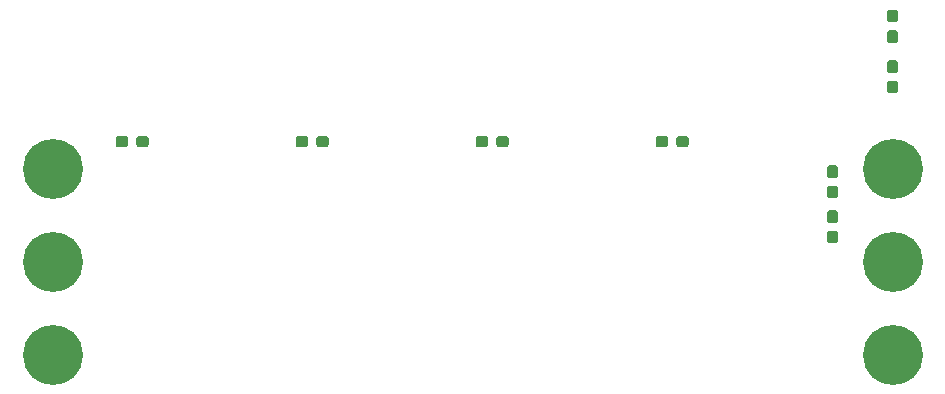
<source format=gbr>
G04 #@! TF.GenerationSoftware,KiCad,Pcbnew,(5.0.2)-1*
G04 #@! TF.CreationDate,2019-04-02T18:39:04-05:00*
G04 #@! TF.ProjectId,CameraPowerInjector_Hardware,43616d65-7261-4506-9f77-6572496e6a65,rev?*
G04 #@! TF.SameCoordinates,Original*
G04 #@! TF.FileFunction,Paste,Top*
G04 #@! TF.FilePolarity,Positive*
%FSLAX46Y46*%
G04 Gerber Fmt 4.6, Leading zero omitted, Abs format (unit mm)*
G04 Created by KiCad (PCBNEW (5.0.2)-1) date 4/2/2019 6:39:04 PM*
%MOMM*%
%LPD*%
G01*
G04 APERTURE LIST*
%ADD10C,0.100000*%
%ADD11C,0.950000*%
%ADD12C,5.080000*%
G04 APERTURE END LIST*
D10*
G04 #@! TO.C,C1*
G36*
X134880779Y-102346144D02*
X134903834Y-102349563D01*
X134926443Y-102355227D01*
X134948387Y-102363079D01*
X134969457Y-102373044D01*
X134989448Y-102385026D01*
X135008168Y-102398910D01*
X135025438Y-102414562D01*
X135041090Y-102431832D01*
X135054974Y-102450552D01*
X135066956Y-102470543D01*
X135076921Y-102491613D01*
X135084773Y-102513557D01*
X135090437Y-102536166D01*
X135093856Y-102559221D01*
X135095000Y-102582500D01*
X135095000Y-103157500D01*
X135093856Y-103180779D01*
X135090437Y-103203834D01*
X135084773Y-103226443D01*
X135076921Y-103248387D01*
X135066956Y-103269457D01*
X135054974Y-103289448D01*
X135041090Y-103308168D01*
X135025438Y-103325438D01*
X135008168Y-103341090D01*
X134989448Y-103354974D01*
X134969457Y-103366956D01*
X134948387Y-103376921D01*
X134926443Y-103384773D01*
X134903834Y-103390437D01*
X134880779Y-103393856D01*
X134857500Y-103395000D01*
X134382500Y-103395000D01*
X134359221Y-103393856D01*
X134336166Y-103390437D01*
X134313557Y-103384773D01*
X134291613Y-103376921D01*
X134270543Y-103366956D01*
X134250552Y-103354974D01*
X134231832Y-103341090D01*
X134214562Y-103325438D01*
X134198910Y-103308168D01*
X134185026Y-103289448D01*
X134173044Y-103269457D01*
X134163079Y-103248387D01*
X134155227Y-103226443D01*
X134149563Y-103203834D01*
X134146144Y-103180779D01*
X134145000Y-103157500D01*
X134145000Y-102582500D01*
X134146144Y-102559221D01*
X134149563Y-102536166D01*
X134155227Y-102513557D01*
X134163079Y-102491613D01*
X134173044Y-102470543D01*
X134185026Y-102450552D01*
X134198910Y-102431832D01*
X134214562Y-102414562D01*
X134231832Y-102398910D01*
X134250552Y-102385026D01*
X134270543Y-102373044D01*
X134291613Y-102363079D01*
X134313557Y-102355227D01*
X134336166Y-102349563D01*
X134359221Y-102346144D01*
X134382500Y-102345000D01*
X134857500Y-102345000D01*
X134880779Y-102346144D01*
X134880779Y-102346144D01*
G37*
D11*
X134620000Y-102870000D03*
D10*
G36*
X134880779Y-104096144D02*
X134903834Y-104099563D01*
X134926443Y-104105227D01*
X134948387Y-104113079D01*
X134969457Y-104123044D01*
X134989448Y-104135026D01*
X135008168Y-104148910D01*
X135025438Y-104164562D01*
X135041090Y-104181832D01*
X135054974Y-104200552D01*
X135066956Y-104220543D01*
X135076921Y-104241613D01*
X135084773Y-104263557D01*
X135090437Y-104286166D01*
X135093856Y-104309221D01*
X135095000Y-104332500D01*
X135095000Y-104907500D01*
X135093856Y-104930779D01*
X135090437Y-104953834D01*
X135084773Y-104976443D01*
X135076921Y-104998387D01*
X135066956Y-105019457D01*
X135054974Y-105039448D01*
X135041090Y-105058168D01*
X135025438Y-105075438D01*
X135008168Y-105091090D01*
X134989448Y-105104974D01*
X134969457Y-105116956D01*
X134948387Y-105126921D01*
X134926443Y-105134773D01*
X134903834Y-105140437D01*
X134880779Y-105143856D01*
X134857500Y-105145000D01*
X134382500Y-105145000D01*
X134359221Y-105143856D01*
X134336166Y-105140437D01*
X134313557Y-105134773D01*
X134291613Y-105126921D01*
X134270543Y-105116956D01*
X134250552Y-105104974D01*
X134231832Y-105091090D01*
X134214562Y-105075438D01*
X134198910Y-105058168D01*
X134185026Y-105039448D01*
X134173044Y-105019457D01*
X134163079Y-104998387D01*
X134155227Y-104976443D01*
X134149563Y-104953834D01*
X134146144Y-104930779D01*
X134145000Y-104907500D01*
X134145000Y-104332500D01*
X134146144Y-104309221D01*
X134149563Y-104286166D01*
X134155227Y-104263557D01*
X134163079Y-104241613D01*
X134173044Y-104220543D01*
X134185026Y-104200552D01*
X134198910Y-104181832D01*
X134214562Y-104164562D01*
X134231832Y-104148910D01*
X134250552Y-104135026D01*
X134270543Y-104123044D01*
X134291613Y-104113079D01*
X134313557Y-104105227D01*
X134336166Y-104099563D01*
X134359221Y-104096144D01*
X134382500Y-104095000D01*
X134857500Y-104095000D01*
X134880779Y-104096144D01*
X134880779Y-104096144D01*
G37*
D11*
X134620000Y-104620000D03*
G04 #@! TD*
D10*
G04 #@! TO.C,C2*
G36*
X134880779Y-98056144D02*
X134903834Y-98059563D01*
X134926443Y-98065227D01*
X134948387Y-98073079D01*
X134969457Y-98083044D01*
X134989448Y-98095026D01*
X135008168Y-98108910D01*
X135025438Y-98124562D01*
X135041090Y-98141832D01*
X135054974Y-98160552D01*
X135066956Y-98180543D01*
X135076921Y-98201613D01*
X135084773Y-98223557D01*
X135090437Y-98246166D01*
X135093856Y-98269221D01*
X135095000Y-98292500D01*
X135095000Y-98867500D01*
X135093856Y-98890779D01*
X135090437Y-98913834D01*
X135084773Y-98936443D01*
X135076921Y-98958387D01*
X135066956Y-98979457D01*
X135054974Y-98999448D01*
X135041090Y-99018168D01*
X135025438Y-99035438D01*
X135008168Y-99051090D01*
X134989448Y-99064974D01*
X134969457Y-99076956D01*
X134948387Y-99086921D01*
X134926443Y-99094773D01*
X134903834Y-99100437D01*
X134880779Y-99103856D01*
X134857500Y-99105000D01*
X134382500Y-99105000D01*
X134359221Y-99103856D01*
X134336166Y-99100437D01*
X134313557Y-99094773D01*
X134291613Y-99086921D01*
X134270543Y-99076956D01*
X134250552Y-99064974D01*
X134231832Y-99051090D01*
X134214562Y-99035438D01*
X134198910Y-99018168D01*
X134185026Y-98999448D01*
X134173044Y-98979457D01*
X134163079Y-98958387D01*
X134155227Y-98936443D01*
X134149563Y-98913834D01*
X134146144Y-98890779D01*
X134145000Y-98867500D01*
X134145000Y-98292500D01*
X134146144Y-98269221D01*
X134149563Y-98246166D01*
X134155227Y-98223557D01*
X134163079Y-98201613D01*
X134173044Y-98180543D01*
X134185026Y-98160552D01*
X134198910Y-98141832D01*
X134214562Y-98124562D01*
X134231832Y-98108910D01*
X134250552Y-98095026D01*
X134270543Y-98083044D01*
X134291613Y-98073079D01*
X134313557Y-98065227D01*
X134336166Y-98059563D01*
X134359221Y-98056144D01*
X134382500Y-98055000D01*
X134857500Y-98055000D01*
X134880779Y-98056144D01*
X134880779Y-98056144D01*
G37*
D11*
X134620000Y-98580000D03*
D10*
G36*
X134880779Y-99806144D02*
X134903834Y-99809563D01*
X134926443Y-99815227D01*
X134948387Y-99823079D01*
X134969457Y-99833044D01*
X134989448Y-99845026D01*
X135008168Y-99858910D01*
X135025438Y-99874562D01*
X135041090Y-99891832D01*
X135054974Y-99910552D01*
X135066956Y-99930543D01*
X135076921Y-99951613D01*
X135084773Y-99973557D01*
X135090437Y-99996166D01*
X135093856Y-100019221D01*
X135095000Y-100042500D01*
X135095000Y-100617500D01*
X135093856Y-100640779D01*
X135090437Y-100663834D01*
X135084773Y-100686443D01*
X135076921Y-100708387D01*
X135066956Y-100729457D01*
X135054974Y-100749448D01*
X135041090Y-100768168D01*
X135025438Y-100785438D01*
X135008168Y-100801090D01*
X134989448Y-100814974D01*
X134969457Y-100826956D01*
X134948387Y-100836921D01*
X134926443Y-100844773D01*
X134903834Y-100850437D01*
X134880779Y-100853856D01*
X134857500Y-100855000D01*
X134382500Y-100855000D01*
X134359221Y-100853856D01*
X134336166Y-100850437D01*
X134313557Y-100844773D01*
X134291613Y-100836921D01*
X134270543Y-100826956D01*
X134250552Y-100814974D01*
X134231832Y-100801090D01*
X134214562Y-100785438D01*
X134198910Y-100768168D01*
X134185026Y-100749448D01*
X134173044Y-100729457D01*
X134163079Y-100708387D01*
X134155227Y-100686443D01*
X134149563Y-100663834D01*
X134146144Y-100640779D01*
X134145000Y-100617500D01*
X134145000Y-100042500D01*
X134146144Y-100019221D01*
X134149563Y-99996166D01*
X134155227Y-99973557D01*
X134163079Y-99951613D01*
X134173044Y-99930543D01*
X134185026Y-99910552D01*
X134198910Y-99891832D01*
X134214562Y-99874562D01*
X134231832Y-99858910D01*
X134250552Y-99845026D01*
X134270543Y-99833044D01*
X134291613Y-99823079D01*
X134313557Y-99815227D01*
X134336166Y-99809563D01*
X134359221Y-99806144D01*
X134382500Y-99805000D01*
X134857500Y-99805000D01*
X134880779Y-99806144D01*
X134880779Y-99806144D01*
G37*
D11*
X134620000Y-100330000D03*
G04 #@! TD*
D10*
G04 #@! TO.C,C3*
G36*
X86670779Y-108746144D02*
X86693834Y-108749563D01*
X86716443Y-108755227D01*
X86738387Y-108763079D01*
X86759457Y-108773044D01*
X86779448Y-108785026D01*
X86798168Y-108798910D01*
X86815438Y-108814562D01*
X86831090Y-108831832D01*
X86844974Y-108850552D01*
X86856956Y-108870543D01*
X86866921Y-108891613D01*
X86874773Y-108913557D01*
X86880437Y-108936166D01*
X86883856Y-108959221D01*
X86885000Y-108982500D01*
X86885000Y-109457500D01*
X86883856Y-109480779D01*
X86880437Y-109503834D01*
X86874773Y-109526443D01*
X86866921Y-109548387D01*
X86856956Y-109569457D01*
X86844974Y-109589448D01*
X86831090Y-109608168D01*
X86815438Y-109625438D01*
X86798168Y-109641090D01*
X86779448Y-109654974D01*
X86759457Y-109666956D01*
X86738387Y-109676921D01*
X86716443Y-109684773D01*
X86693834Y-109690437D01*
X86670779Y-109693856D01*
X86647500Y-109695000D01*
X86072500Y-109695000D01*
X86049221Y-109693856D01*
X86026166Y-109690437D01*
X86003557Y-109684773D01*
X85981613Y-109676921D01*
X85960543Y-109666956D01*
X85940552Y-109654974D01*
X85921832Y-109641090D01*
X85904562Y-109625438D01*
X85888910Y-109608168D01*
X85875026Y-109589448D01*
X85863044Y-109569457D01*
X85853079Y-109548387D01*
X85845227Y-109526443D01*
X85839563Y-109503834D01*
X85836144Y-109480779D01*
X85835000Y-109457500D01*
X85835000Y-108982500D01*
X85836144Y-108959221D01*
X85839563Y-108936166D01*
X85845227Y-108913557D01*
X85853079Y-108891613D01*
X85863044Y-108870543D01*
X85875026Y-108850552D01*
X85888910Y-108831832D01*
X85904562Y-108814562D01*
X85921832Y-108798910D01*
X85940552Y-108785026D01*
X85960543Y-108773044D01*
X85981613Y-108763079D01*
X86003557Y-108755227D01*
X86026166Y-108749563D01*
X86049221Y-108746144D01*
X86072500Y-108745000D01*
X86647500Y-108745000D01*
X86670779Y-108746144D01*
X86670779Y-108746144D01*
G37*
D11*
X86360000Y-109220000D03*
D10*
G36*
X84920779Y-108746144D02*
X84943834Y-108749563D01*
X84966443Y-108755227D01*
X84988387Y-108763079D01*
X85009457Y-108773044D01*
X85029448Y-108785026D01*
X85048168Y-108798910D01*
X85065438Y-108814562D01*
X85081090Y-108831832D01*
X85094974Y-108850552D01*
X85106956Y-108870543D01*
X85116921Y-108891613D01*
X85124773Y-108913557D01*
X85130437Y-108936166D01*
X85133856Y-108959221D01*
X85135000Y-108982500D01*
X85135000Y-109457500D01*
X85133856Y-109480779D01*
X85130437Y-109503834D01*
X85124773Y-109526443D01*
X85116921Y-109548387D01*
X85106956Y-109569457D01*
X85094974Y-109589448D01*
X85081090Y-109608168D01*
X85065438Y-109625438D01*
X85048168Y-109641090D01*
X85029448Y-109654974D01*
X85009457Y-109666956D01*
X84988387Y-109676921D01*
X84966443Y-109684773D01*
X84943834Y-109690437D01*
X84920779Y-109693856D01*
X84897500Y-109695000D01*
X84322500Y-109695000D01*
X84299221Y-109693856D01*
X84276166Y-109690437D01*
X84253557Y-109684773D01*
X84231613Y-109676921D01*
X84210543Y-109666956D01*
X84190552Y-109654974D01*
X84171832Y-109641090D01*
X84154562Y-109625438D01*
X84138910Y-109608168D01*
X84125026Y-109589448D01*
X84113044Y-109569457D01*
X84103079Y-109548387D01*
X84095227Y-109526443D01*
X84089563Y-109503834D01*
X84086144Y-109480779D01*
X84085000Y-109457500D01*
X84085000Y-108982500D01*
X84086144Y-108959221D01*
X84089563Y-108936166D01*
X84095227Y-108913557D01*
X84103079Y-108891613D01*
X84113044Y-108870543D01*
X84125026Y-108850552D01*
X84138910Y-108831832D01*
X84154562Y-108814562D01*
X84171832Y-108798910D01*
X84190552Y-108785026D01*
X84210543Y-108773044D01*
X84231613Y-108763079D01*
X84253557Y-108755227D01*
X84276166Y-108749563D01*
X84299221Y-108746144D01*
X84322500Y-108745000D01*
X84897500Y-108745000D01*
X84920779Y-108746144D01*
X84920779Y-108746144D01*
G37*
D11*
X84610000Y-109220000D03*
G04 #@! TD*
D10*
G04 #@! TO.C,C4*
G36*
X69680779Y-108746144D02*
X69703834Y-108749563D01*
X69726443Y-108755227D01*
X69748387Y-108763079D01*
X69769457Y-108773044D01*
X69789448Y-108785026D01*
X69808168Y-108798910D01*
X69825438Y-108814562D01*
X69841090Y-108831832D01*
X69854974Y-108850552D01*
X69866956Y-108870543D01*
X69876921Y-108891613D01*
X69884773Y-108913557D01*
X69890437Y-108936166D01*
X69893856Y-108959221D01*
X69895000Y-108982500D01*
X69895000Y-109457500D01*
X69893856Y-109480779D01*
X69890437Y-109503834D01*
X69884773Y-109526443D01*
X69876921Y-109548387D01*
X69866956Y-109569457D01*
X69854974Y-109589448D01*
X69841090Y-109608168D01*
X69825438Y-109625438D01*
X69808168Y-109641090D01*
X69789448Y-109654974D01*
X69769457Y-109666956D01*
X69748387Y-109676921D01*
X69726443Y-109684773D01*
X69703834Y-109690437D01*
X69680779Y-109693856D01*
X69657500Y-109695000D01*
X69082500Y-109695000D01*
X69059221Y-109693856D01*
X69036166Y-109690437D01*
X69013557Y-109684773D01*
X68991613Y-109676921D01*
X68970543Y-109666956D01*
X68950552Y-109654974D01*
X68931832Y-109641090D01*
X68914562Y-109625438D01*
X68898910Y-109608168D01*
X68885026Y-109589448D01*
X68873044Y-109569457D01*
X68863079Y-109548387D01*
X68855227Y-109526443D01*
X68849563Y-109503834D01*
X68846144Y-109480779D01*
X68845000Y-109457500D01*
X68845000Y-108982500D01*
X68846144Y-108959221D01*
X68849563Y-108936166D01*
X68855227Y-108913557D01*
X68863079Y-108891613D01*
X68873044Y-108870543D01*
X68885026Y-108850552D01*
X68898910Y-108831832D01*
X68914562Y-108814562D01*
X68931832Y-108798910D01*
X68950552Y-108785026D01*
X68970543Y-108773044D01*
X68991613Y-108763079D01*
X69013557Y-108755227D01*
X69036166Y-108749563D01*
X69059221Y-108746144D01*
X69082500Y-108745000D01*
X69657500Y-108745000D01*
X69680779Y-108746144D01*
X69680779Y-108746144D01*
G37*
D11*
X69370000Y-109220000D03*
D10*
G36*
X71430779Y-108746144D02*
X71453834Y-108749563D01*
X71476443Y-108755227D01*
X71498387Y-108763079D01*
X71519457Y-108773044D01*
X71539448Y-108785026D01*
X71558168Y-108798910D01*
X71575438Y-108814562D01*
X71591090Y-108831832D01*
X71604974Y-108850552D01*
X71616956Y-108870543D01*
X71626921Y-108891613D01*
X71634773Y-108913557D01*
X71640437Y-108936166D01*
X71643856Y-108959221D01*
X71645000Y-108982500D01*
X71645000Y-109457500D01*
X71643856Y-109480779D01*
X71640437Y-109503834D01*
X71634773Y-109526443D01*
X71626921Y-109548387D01*
X71616956Y-109569457D01*
X71604974Y-109589448D01*
X71591090Y-109608168D01*
X71575438Y-109625438D01*
X71558168Y-109641090D01*
X71539448Y-109654974D01*
X71519457Y-109666956D01*
X71498387Y-109676921D01*
X71476443Y-109684773D01*
X71453834Y-109690437D01*
X71430779Y-109693856D01*
X71407500Y-109695000D01*
X70832500Y-109695000D01*
X70809221Y-109693856D01*
X70786166Y-109690437D01*
X70763557Y-109684773D01*
X70741613Y-109676921D01*
X70720543Y-109666956D01*
X70700552Y-109654974D01*
X70681832Y-109641090D01*
X70664562Y-109625438D01*
X70648910Y-109608168D01*
X70635026Y-109589448D01*
X70623044Y-109569457D01*
X70613079Y-109548387D01*
X70605227Y-109526443D01*
X70599563Y-109503834D01*
X70596144Y-109480779D01*
X70595000Y-109457500D01*
X70595000Y-108982500D01*
X70596144Y-108959221D01*
X70599563Y-108936166D01*
X70605227Y-108913557D01*
X70613079Y-108891613D01*
X70623044Y-108870543D01*
X70635026Y-108850552D01*
X70648910Y-108831832D01*
X70664562Y-108814562D01*
X70681832Y-108798910D01*
X70700552Y-108785026D01*
X70720543Y-108773044D01*
X70741613Y-108763079D01*
X70763557Y-108755227D01*
X70786166Y-108749563D01*
X70809221Y-108746144D01*
X70832500Y-108745000D01*
X71407500Y-108745000D01*
X71430779Y-108746144D01*
X71430779Y-108746144D01*
G37*
D11*
X71120000Y-109220000D03*
G04 #@! TD*
D10*
G04 #@! TO.C,C5*
G36*
X101910779Y-108746144D02*
X101933834Y-108749563D01*
X101956443Y-108755227D01*
X101978387Y-108763079D01*
X101999457Y-108773044D01*
X102019448Y-108785026D01*
X102038168Y-108798910D01*
X102055438Y-108814562D01*
X102071090Y-108831832D01*
X102084974Y-108850552D01*
X102096956Y-108870543D01*
X102106921Y-108891613D01*
X102114773Y-108913557D01*
X102120437Y-108936166D01*
X102123856Y-108959221D01*
X102125000Y-108982500D01*
X102125000Y-109457500D01*
X102123856Y-109480779D01*
X102120437Y-109503834D01*
X102114773Y-109526443D01*
X102106921Y-109548387D01*
X102096956Y-109569457D01*
X102084974Y-109589448D01*
X102071090Y-109608168D01*
X102055438Y-109625438D01*
X102038168Y-109641090D01*
X102019448Y-109654974D01*
X101999457Y-109666956D01*
X101978387Y-109676921D01*
X101956443Y-109684773D01*
X101933834Y-109690437D01*
X101910779Y-109693856D01*
X101887500Y-109695000D01*
X101312500Y-109695000D01*
X101289221Y-109693856D01*
X101266166Y-109690437D01*
X101243557Y-109684773D01*
X101221613Y-109676921D01*
X101200543Y-109666956D01*
X101180552Y-109654974D01*
X101161832Y-109641090D01*
X101144562Y-109625438D01*
X101128910Y-109608168D01*
X101115026Y-109589448D01*
X101103044Y-109569457D01*
X101093079Y-109548387D01*
X101085227Y-109526443D01*
X101079563Y-109503834D01*
X101076144Y-109480779D01*
X101075000Y-109457500D01*
X101075000Y-108982500D01*
X101076144Y-108959221D01*
X101079563Y-108936166D01*
X101085227Y-108913557D01*
X101093079Y-108891613D01*
X101103044Y-108870543D01*
X101115026Y-108850552D01*
X101128910Y-108831832D01*
X101144562Y-108814562D01*
X101161832Y-108798910D01*
X101180552Y-108785026D01*
X101200543Y-108773044D01*
X101221613Y-108763079D01*
X101243557Y-108755227D01*
X101266166Y-108749563D01*
X101289221Y-108746144D01*
X101312500Y-108745000D01*
X101887500Y-108745000D01*
X101910779Y-108746144D01*
X101910779Y-108746144D01*
G37*
D11*
X101600000Y-109220000D03*
D10*
G36*
X100160779Y-108746144D02*
X100183834Y-108749563D01*
X100206443Y-108755227D01*
X100228387Y-108763079D01*
X100249457Y-108773044D01*
X100269448Y-108785026D01*
X100288168Y-108798910D01*
X100305438Y-108814562D01*
X100321090Y-108831832D01*
X100334974Y-108850552D01*
X100346956Y-108870543D01*
X100356921Y-108891613D01*
X100364773Y-108913557D01*
X100370437Y-108936166D01*
X100373856Y-108959221D01*
X100375000Y-108982500D01*
X100375000Y-109457500D01*
X100373856Y-109480779D01*
X100370437Y-109503834D01*
X100364773Y-109526443D01*
X100356921Y-109548387D01*
X100346956Y-109569457D01*
X100334974Y-109589448D01*
X100321090Y-109608168D01*
X100305438Y-109625438D01*
X100288168Y-109641090D01*
X100269448Y-109654974D01*
X100249457Y-109666956D01*
X100228387Y-109676921D01*
X100206443Y-109684773D01*
X100183834Y-109690437D01*
X100160779Y-109693856D01*
X100137500Y-109695000D01*
X99562500Y-109695000D01*
X99539221Y-109693856D01*
X99516166Y-109690437D01*
X99493557Y-109684773D01*
X99471613Y-109676921D01*
X99450543Y-109666956D01*
X99430552Y-109654974D01*
X99411832Y-109641090D01*
X99394562Y-109625438D01*
X99378910Y-109608168D01*
X99365026Y-109589448D01*
X99353044Y-109569457D01*
X99343079Y-109548387D01*
X99335227Y-109526443D01*
X99329563Y-109503834D01*
X99326144Y-109480779D01*
X99325000Y-109457500D01*
X99325000Y-108982500D01*
X99326144Y-108959221D01*
X99329563Y-108936166D01*
X99335227Y-108913557D01*
X99343079Y-108891613D01*
X99353044Y-108870543D01*
X99365026Y-108850552D01*
X99378910Y-108831832D01*
X99394562Y-108814562D01*
X99411832Y-108798910D01*
X99430552Y-108785026D01*
X99450543Y-108773044D01*
X99471613Y-108763079D01*
X99493557Y-108755227D01*
X99516166Y-108749563D01*
X99539221Y-108746144D01*
X99562500Y-108745000D01*
X100137500Y-108745000D01*
X100160779Y-108746144D01*
X100160779Y-108746144D01*
G37*
D11*
X99850000Y-109220000D03*
G04 #@! TD*
D10*
G04 #@! TO.C,C6*
G36*
X115400779Y-108746144D02*
X115423834Y-108749563D01*
X115446443Y-108755227D01*
X115468387Y-108763079D01*
X115489457Y-108773044D01*
X115509448Y-108785026D01*
X115528168Y-108798910D01*
X115545438Y-108814562D01*
X115561090Y-108831832D01*
X115574974Y-108850552D01*
X115586956Y-108870543D01*
X115596921Y-108891613D01*
X115604773Y-108913557D01*
X115610437Y-108936166D01*
X115613856Y-108959221D01*
X115615000Y-108982500D01*
X115615000Y-109457500D01*
X115613856Y-109480779D01*
X115610437Y-109503834D01*
X115604773Y-109526443D01*
X115596921Y-109548387D01*
X115586956Y-109569457D01*
X115574974Y-109589448D01*
X115561090Y-109608168D01*
X115545438Y-109625438D01*
X115528168Y-109641090D01*
X115509448Y-109654974D01*
X115489457Y-109666956D01*
X115468387Y-109676921D01*
X115446443Y-109684773D01*
X115423834Y-109690437D01*
X115400779Y-109693856D01*
X115377500Y-109695000D01*
X114802500Y-109695000D01*
X114779221Y-109693856D01*
X114756166Y-109690437D01*
X114733557Y-109684773D01*
X114711613Y-109676921D01*
X114690543Y-109666956D01*
X114670552Y-109654974D01*
X114651832Y-109641090D01*
X114634562Y-109625438D01*
X114618910Y-109608168D01*
X114605026Y-109589448D01*
X114593044Y-109569457D01*
X114583079Y-109548387D01*
X114575227Y-109526443D01*
X114569563Y-109503834D01*
X114566144Y-109480779D01*
X114565000Y-109457500D01*
X114565000Y-108982500D01*
X114566144Y-108959221D01*
X114569563Y-108936166D01*
X114575227Y-108913557D01*
X114583079Y-108891613D01*
X114593044Y-108870543D01*
X114605026Y-108850552D01*
X114618910Y-108831832D01*
X114634562Y-108814562D01*
X114651832Y-108798910D01*
X114670552Y-108785026D01*
X114690543Y-108773044D01*
X114711613Y-108763079D01*
X114733557Y-108755227D01*
X114756166Y-108749563D01*
X114779221Y-108746144D01*
X114802500Y-108745000D01*
X115377500Y-108745000D01*
X115400779Y-108746144D01*
X115400779Y-108746144D01*
G37*
D11*
X115090000Y-109220000D03*
D10*
G36*
X117150779Y-108746144D02*
X117173834Y-108749563D01*
X117196443Y-108755227D01*
X117218387Y-108763079D01*
X117239457Y-108773044D01*
X117259448Y-108785026D01*
X117278168Y-108798910D01*
X117295438Y-108814562D01*
X117311090Y-108831832D01*
X117324974Y-108850552D01*
X117336956Y-108870543D01*
X117346921Y-108891613D01*
X117354773Y-108913557D01*
X117360437Y-108936166D01*
X117363856Y-108959221D01*
X117365000Y-108982500D01*
X117365000Y-109457500D01*
X117363856Y-109480779D01*
X117360437Y-109503834D01*
X117354773Y-109526443D01*
X117346921Y-109548387D01*
X117336956Y-109569457D01*
X117324974Y-109589448D01*
X117311090Y-109608168D01*
X117295438Y-109625438D01*
X117278168Y-109641090D01*
X117259448Y-109654974D01*
X117239457Y-109666956D01*
X117218387Y-109676921D01*
X117196443Y-109684773D01*
X117173834Y-109690437D01*
X117150779Y-109693856D01*
X117127500Y-109695000D01*
X116552500Y-109695000D01*
X116529221Y-109693856D01*
X116506166Y-109690437D01*
X116483557Y-109684773D01*
X116461613Y-109676921D01*
X116440543Y-109666956D01*
X116420552Y-109654974D01*
X116401832Y-109641090D01*
X116384562Y-109625438D01*
X116368910Y-109608168D01*
X116355026Y-109589448D01*
X116343044Y-109569457D01*
X116333079Y-109548387D01*
X116325227Y-109526443D01*
X116319563Y-109503834D01*
X116316144Y-109480779D01*
X116315000Y-109457500D01*
X116315000Y-108982500D01*
X116316144Y-108959221D01*
X116319563Y-108936166D01*
X116325227Y-108913557D01*
X116333079Y-108891613D01*
X116343044Y-108870543D01*
X116355026Y-108850552D01*
X116368910Y-108831832D01*
X116384562Y-108814562D01*
X116401832Y-108798910D01*
X116420552Y-108785026D01*
X116440543Y-108773044D01*
X116461613Y-108763079D01*
X116483557Y-108755227D01*
X116506166Y-108749563D01*
X116529221Y-108746144D01*
X116552500Y-108745000D01*
X117127500Y-108745000D01*
X117150779Y-108746144D01*
X117150779Y-108746144D01*
G37*
D11*
X116840000Y-109220000D03*
G04 #@! TD*
D12*
G04 #@! TO.C,Conn1*
X134620000Y-127254000D03*
X134620000Y-119380000D03*
X134620000Y-111506000D03*
G04 #@! TD*
G04 #@! TO.C,Conn6*
X63500000Y-127254000D03*
X63500000Y-119380000D03*
X63500000Y-111506000D03*
G04 #@! TD*
D10*
G04 #@! TO.C,D1*
G36*
X129800779Y-116796144D02*
X129823834Y-116799563D01*
X129846443Y-116805227D01*
X129868387Y-116813079D01*
X129889457Y-116823044D01*
X129909448Y-116835026D01*
X129928168Y-116848910D01*
X129945438Y-116864562D01*
X129961090Y-116881832D01*
X129974974Y-116900552D01*
X129986956Y-116920543D01*
X129996921Y-116941613D01*
X130004773Y-116963557D01*
X130010437Y-116986166D01*
X130013856Y-117009221D01*
X130015000Y-117032500D01*
X130015000Y-117607500D01*
X130013856Y-117630779D01*
X130010437Y-117653834D01*
X130004773Y-117676443D01*
X129996921Y-117698387D01*
X129986956Y-117719457D01*
X129974974Y-117739448D01*
X129961090Y-117758168D01*
X129945438Y-117775438D01*
X129928168Y-117791090D01*
X129909448Y-117804974D01*
X129889457Y-117816956D01*
X129868387Y-117826921D01*
X129846443Y-117834773D01*
X129823834Y-117840437D01*
X129800779Y-117843856D01*
X129777500Y-117845000D01*
X129302500Y-117845000D01*
X129279221Y-117843856D01*
X129256166Y-117840437D01*
X129233557Y-117834773D01*
X129211613Y-117826921D01*
X129190543Y-117816956D01*
X129170552Y-117804974D01*
X129151832Y-117791090D01*
X129134562Y-117775438D01*
X129118910Y-117758168D01*
X129105026Y-117739448D01*
X129093044Y-117719457D01*
X129083079Y-117698387D01*
X129075227Y-117676443D01*
X129069563Y-117653834D01*
X129066144Y-117630779D01*
X129065000Y-117607500D01*
X129065000Y-117032500D01*
X129066144Y-117009221D01*
X129069563Y-116986166D01*
X129075227Y-116963557D01*
X129083079Y-116941613D01*
X129093044Y-116920543D01*
X129105026Y-116900552D01*
X129118910Y-116881832D01*
X129134562Y-116864562D01*
X129151832Y-116848910D01*
X129170552Y-116835026D01*
X129190543Y-116823044D01*
X129211613Y-116813079D01*
X129233557Y-116805227D01*
X129256166Y-116799563D01*
X129279221Y-116796144D01*
X129302500Y-116795000D01*
X129777500Y-116795000D01*
X129800779Y-116796144D01*
X129800779Y-116796144D01*
G37*
D11*
X129540000Y-117320000D03*
D10*
G36*
X129800779Y-115046144D02*
X129823834Y-115049563D01*
X129846443Y-115055227D01*
X129868387Y-115063079D01*
X129889457Y-115073044D01*
X129909448Y-115085026D01*
X129928168Y-115098910D01*
X129945438Y-115114562D01*
X129961090Y-115131832D01*
X129974974Y-115150552D01*
X129986956Y-115170543D01*
X129996921Y-115191613D01*
X130004773Y-115213557D01*
X130010437Y-115236166D01*
X130013856Y-115259221D01*
X130015000Y-115282500D01*
X130015000Y-115857500D01*
X130013856Y-115880779D01*
X130010437Y-115903834D01*
X130004773Y-115926443D01*
X129996921Y-115948387D01*
X129986956Y-115969457D01*
X129974974Y-115989448D01*
X129961090Y-116008168D01*
X129945438Y-116025438D01*
X129928168Y-116041090D01*
X129909448Y-116054974D01*
X129889457Y-116066956D01*
X129868387Y-116076921D01*
X129846443Y-116084773D01*
X129823834Y-116090437D01*
X129800779Y-116093856D01*
X129777500Y-116095000D01*
X129302500Y-116095000D01*
X129279221Y-116093856D01*
X129256166Y-116090437D01*
X129233557Y-116084773D01*
X129211613Y-116076921D01*
X129190543Y-116066956D01*
X129170552Y-116054974D01*
X129151832Y-116041090D01*
X129134562Y-116025438D01*
X129118910Y-116008168D01*
X129105026Y-115989448D01*
X129093044Y-115969457D01*
X129083079Y-115948387D01*
X129075227Y-115926443D01*
X129069563Y-115903834D01*
X129066144Y-115880779D01*
X129065000Y-115857500D01*
X129065000Y-115282500D01*
X129066144Y-115259221D01*
X129069563Y-115236166D01*
X129075227Y-115213557D01*
X129083079Y-115191613D01*
X129093044Y-115170543D01*
X129105026Y-115150552D01*
X129118910Y-115131832D01*
X129134562Y-115114562D01*
X129151832Y-115098910D01*
X129170552Y-115085026D01*
X129190543Y-115073044D01*
X129211613Y-115063079D01*
X129233557Y-115055227D01*
X129256166Y-115049563D01*
X129279221Y-115046144D01*
X129302500Y-115045000D01*
X129777500Y-115045000D01*
X129800779Y-115046144D01*
X129800779Y-115046144D01*
G37*
D11*
X129540000Y-115570000D03*
G04 #@! TD*
D10*
G04 #@! TO.C,R1*
G36*
X129800779Y-111236144D02*
X129823834Y-111239563D01*
X129846443Y-111245227D01*
X129868387Y-111253079D01*
X129889457Y-111263044D01*
X129909448Y-111275026D01*
X129928168Y-111288910D01*
X129945438Y-111304562D01*
X129961090Y-111321832D01*
X129974974Y-111340552D01*
X129986956Y-111360543D01*
X129996921Y-111381613D01*
X130004773Y-111403557D01*
X130010437Y-111426166D01*
X130013856Y-111449221D01*
X130015000Y-111472500D01*
X130015000Y-112047500D01*
X130013856Y-112070779D01*
X130010437Y-112093834D01*
X130004773Y-112116443D01*
X129996921Y-112138387D01*
X129986956Y-112159457D01*
X129974974Y-112179448D01*
X129961090Y-112198168D01*
X129945438Y-112215438D01*
X129928168Y-112231090D01*
X129909448Y-112244974D01*
X129889457Y-112256956D01*
X129868387Y-112266921D01*
X129846443Y-112274773D01*
X129823834Y-112280437D01*
X129800779Y-112283856D01*
X129777500Y-112285000D01*
X129302500Y-112285000D01*
X129279221Y-112283856D01*
X129256166Y-112280437D01*
X129233557Y-112274773D01*
X129211613Y-112266921D01*
X129190543Y-112256956D01*
X129170552Y-112244974D01*
X129151832Y-112231090D01*
X129134562Y-112215438D01*
X129118910Y-112198168D01*
X129105026Y-112179448D01*
X129093044Y-112159457D01*
X129083079Y-112138387D01*
X129075227Y-112116443D01*
X129069563Y-112093834D01*
X129066144Y-112070779D01*
X129065000Y-112047500D01*
X129065000Y-111472500D01*
X129066144Y-111449221D01*
X129069563Y-111426166D01*
X129075227Y-111403557D01*
X129083079Y-111381613D01*
X129093044Y-111360543D01*
X129105026Y-111340552D01*
X129118910Y-111321832D01*
X129134562Y-111304562D01*
X129151832Y-111288910D01*
X129170552Y-111275026D01*
X129190543Y-111263044D01*
X129211613Y-111253079D01*
X129233557Y-111245227D01*
X129256166Y-111239563D01*
X129279221Y-111236144D01*
X129302500Y-111235000D01*
X129777500Y-111235000D01*
X129800779Y-111236144D01*
X129800779Y-111236144D01*
G37*
D11*
X129540000Y-111760000D03*
D10*
G36*
X129800779Y-112986144D02*
X129823834Y-112989563D01*
X129846443Y-112995227D01*
X129868387Y-113003079D01*
X129889457Y-113013044D01*
X129909448Y-113025026D01*
X129928168Y-113038910D01*
X129945438Y-113054562D01*
X129961090Y-113071832D01*
X129974974Y-113090552D01*
X129986956Y-113110543D01*
X129996921Y-113131613D01*
X130004773Y-113153557D01*
X130010437Y-113176166D01*
X130013856Y-113199221D01*
X130015000Y-113222500D01*
X130015000Y-113797500D01*
X130013856Y-113820779D01*
X130010437Y-113843834D01*
X130004773Y-113866443D01*
X129996921Y-113888387D01*
X129986956Y-113909457D01*
X129974974Y-113929448D01*
X129961090Y-113948168D01*
X129945438Y-113965438D01*
X129928168Y-113981090D01*
X129909448Y-113994974D01*
X129889457Y-114006956D01*
X129868387Y-114016921D01*
X129846443Y-114024773D01*
X129823834Y-114030437D01*
X129800779Y-114033856D01*
X129777500Y-114035000D01*
X129302500Y-114035000D01*
X129279221Y-114033856D01*
X129256166Y-114030437D01*
X129233557Y-114024773D01*
X129211613Y-114016921D01*
X129190543Y-114006956D01*
X129170552Y-113994974D01*
X129151832Y-113981090D01*
X129134562Y-113965438D01*
X129118910Y-113948168D01*
X129105026Y-113929448D01*
X129093044Y-113909457D01*
X129083079Y-113888387D01*
X129075227Y-113866443D01*
X129069563Y-113843834D01*
X129066144Y-113820779D01*
X129065000Y-113797500D01*
X129065000Y-113222500D01*
X129066144Y-113199221D01*
X129069563Y-113176166D01*
X129075227Y-113153557D01*
X129083079Y-113131613D01*
X129093044Y-113110543D01*
X129105026Y-113090552D01*
X129118910Y-113071832D01*
X129134562Y-113054562D01*
X129151832Y-113038910D01*
X129170552Y-113025026D01*
X129190543Y-113013044D01*
X129211613Y-113003079D01*
X129233557Y-112995227D01*
X129256166Y-112989563D01*
X129279221Y-112986144D01*
X129302500Y-112985000D01*
X129777500Y-112985000D01*
X129800779Y-112986144D01*
X129800779Y-112986144D01*
G37*
D11*
X129540000Y-113510000D03*
G04 #@! TD*
M02*

</source>
